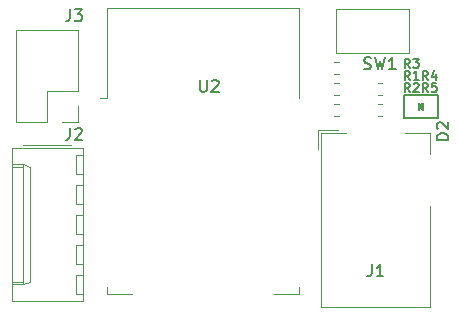
<source format=gbr>
G04 #@! TF.GenerationSoftware,KiCad,Pcbnew,5.0.2-bee76a0~70~ubuntu18.04.1*
G04 #@! TF.CreationDate,2019-12-10T21:20:44+01:00*
G04 #@! TF.ProjectId,RGB_strip,5247425f-7374-4726-9970-2e6b69636164,rev?*
G04 #@! TF.SameCoordinates,Original*
G04 #@! TF.FileFunction,Legend,Top*
G04 #@! TF.FilePolarity,Positive*
%FSLAX46Y46*%
G04 Gerber Fmt 4.6, Leading zero omitted, Abs format (unit mm)*
G04 Created by KiCad (PCBNEW 5.0.2-bee76a0~70~ubuntu18.04.1) date mar 10 dic 2019 21:20:44 CET*
%MOMM*%
%LPD*%
G01*
G04 APERTURE LIST*
%ADD10C,0.150000*%
%ADD11C,0.120000*%
G04 APERTURE END LIST*
D10*
G04 #@! TO.C,D2*
X138049000Y-92964000D02*
X138049000Y-93599000D01*
G36*
X138176000Y-93345000D02*
X138176000Y-93218000D01*
X138430000Y-92964000D01*
X138430000Y-93599000D01*
X138176000Y-93345000D01*
G37*
X138176000Y-93345000D02*
X138176000Y-93218000D01*
X138430000Y-92964000D01*
X138430000Y-93599000D01*
X138176000Y-93345000D01*
X136779000Y-94234000D02*
X136779000Y-92329000D01*
X139700000Y-94234000D02*
X136779000Y-94234000D01*
X139700000Y-92329000D02*
X139700000Y-94234000D01*
X136779000Y-92329000D02*
X139700000Y-92329000D01*
D11*
G04 #@! TO.C,J3*
X109153000Y-94548000D02*
X107823000Y-94548000D01*
X109153000Y-93218000D02*
X109153000Y-94548000D01*
X106553000Y-94548000D02*
X103953000Y-94548000D01*
X106553000Y-91948000D02*
X106553000Y-94548000D01*
X109153000Y-91948000D02*
X106553000Y-91948000D01*
X103953000Y-94548000D02*
X103953000Y-86808000D01*
X109153000Y-91948000D02*
X109153000Y-86808000D01*
X109153000Y-86808000D02*
X103953000Y-86808000D01*
G04 #@! TO.C,J1*
X138966000Y-101720000D02*
X138966000Y-110220000D01*
X138966000Y-110220000D02*
X129766000Y-110220000D01*
X129766000Y-110220000D02*
X129766000Y-95520000D01*
X136866000Y-95520000D02*
X138966000Y-95520000D01*
X138966000Y-95520000D02*
X138966000Y-97320000D01*
X131166000Y-95220000D02*
X129466000Y-95220000D01*
X129466000Y-95220000D02*
X129466000Y-96820000D01*
X129766000Y-95520000D02*
X131866000Y-95520000D01*
G04 #@! TO.C,J2*
X109583000Y-96791000D02*
X103563000Y-96791000D01*
X103563000Y-96791000D02*
X103563000Y-109711000D01*
X103563000Y-109711000D02*
X109583000Y-109711000D01*
X109583000Y-109711000D02*
X109583000Y-96791000D01*
X108553000Y-96501000D02*
X104553000Y-96501000D01*
X103563000Y-98171000D02*
X104563000Y-98171000D01*
X104563000Y-98171000D02*
X104563000Y-108331000D01*
X104563000Y-108331000D02*
X103563000Y-108331000D01*
X104563000Y-98171000D02*
X105093000Y-98421000D01*
X105093000Y-98421000D02*
X105093000Y-108081000D01*
X105093000Y-108081000D02*
X104563000Y-108331000D01*
X103563000Y-98421000D02*
X104563000Y-98421000D01*
X103563000Y-108081000D02*
X104563000Y-108081000D01*
X109583000Y-97371000D02*
X108983000Y-97371000D01*
X108983000Y-97371000D02*
X108983000Y-98971000D01*
X108983000Y-98971000D02*
X109583000Y-98971000D01*
X109583000Y-99911000D02*
X108983000Y-99911000D01*
X108983000Y-99911000D02*
X108983000Y-101511000D01*
X108983000Y-101511000D02*
X109583000Y-101511000D01*
X109583000Y-102451000D02*
X108983000Y-102451000D01*
X108983000Y-102451000D02*
X108983000Y-104051000D01*
X108983000Y-104051000D02*
X109583000Y-104051000D01*
X109583000Y-104991000D02*
X108983000Y-104991000D01*
X108983000Y-104991000D02*
X108983000Y-106591000D01*
X108983000Y-106591000D02*
X109583000Y-106591000D01*
X109583000Y-107531000D02*
X108983000Y-107531000D01*
X108983000Y-107531000D02*
X108983000Y-109131000D01*
X108983000Y-109131000D02*
X109583000Y-109131000D01*
G04 #@! TO.C,R1*
X131235267Y-92331000D02*
X130892733Y-92331000D01*
X131235267Y-91311000D02*
X130892733Y-91311000D01*
G04 #@! TO.C,R2*
X131235267Y-93089000D02*
X130892733Y-93089000D01*
X131235267Y-94109000D02*
X130892733Y-94109000D01*
G04 #@! TO.C,R3*
X131235267Y-90553000D02*
X130892733Y-90553000D01*
X131235267Y-89533000D02*
X130892733Y-89533000D01*
G04 #@! TO.C,R4*
X134575733Y-91311000D02*
X134918267Y-91311000D01*
X134575733Y-92331000D02*
X134918267Y-92331000D01*
G04 #@! TO.C,R5*
X134575733Y-94109000D02*
X134918267Y-94109000D01*
X134575733Y-93089000D02*
X134918267Y-93089000D01*
G04 #@! TO.C,SW1*
X131052000Y-85018000D02*
X137172000Y-85018000D01*
X137172000Y-85018000D02*
X137172000Y-88718000D01*
X137172000Y-88718000D02*
X131052000Y-88718000D01*
X131052000Y-88718000D02*
X131052000Y-85018000D01*
G04 #@! TO.C,U2*
X111641000Y-84908000D02*
X127881000Y-84908000D01*
X127881000Y-84908000D02*
X127881000Y-92528000D01*
X127881000Y-108528000D02*
X127881000Y-109148000D01*
X127881000Y-109148000D02*
X125761000Y-109148000D01*
X113761000Y-109148000D02*
X111641000Y-109148000D01*
X111641000Y-109148000D02*
X111641000Y-108528000D01*
X111641000Y-92528000D02*
X111641000Y-84908000D01*
X111641000Y-92528000D02*
X111031000Y-92528000D01*
G04 #@! TO.C,D2*
D10*
X140533380Y-96115095D02*
X139533380Y-96115095D01*
X139533380Y-95877000D01*
X139581000Y-95734142D01*
X139676238Y-95638904D01*
X139771476Y-95591285D01*
X139961952Y-95543666D01*
X140104809Y-95543666D01*
X140295285Y-95591285D01*
X140390523Y-95638904D01*
X140485761Y-95734142D01*
X140533380Y-95877000D01*
X140533380Y-96115095D01*
X139628619Y-95162714D02*
X139581000Y-95115095D01*
X139533380Y-95019857D01*
X139533380Y-94781761D01*
X139581000Y-94686523D01*
X139628619Y-94638904D01*
X139723857Y-94591285D01*
X139819095Y-94591285D01*
X139961952Y-94638904D01*
X140533380Y-95210333D01*
X140533380Y-94591285D01*
G04 #@! TO.C,J3*
X108505666Y-85050380D02*
X108505666Y-85764666D01*
X108458047Y-85907523D01*
X108362809Y-86002761D01*
X108219952Y-86050380D01*
X108124714Y-86050380D01*
X108886619Y-85050380D02*
X109505666Y-85050380D01*
X109172333Y-85431333D01*
X109315190Y-85431333D01*
X109410428Y-85478952D01*
X109458047Y-85526571D01*
X109505666Y-85621809D01*
X109505666Y-85859904D01*
X109458047Y-85955142D01*
X109410428Y-86002761D01*
X109315190Y-86050380D01*
X109029476Y-86050380D01*
X108934238Y-86002761D01*
X108886619Y-85955142D01*
G04 #@! TO.C,J1*
X134032666Y-106640380D02*
X134032666Y-107354666D01*
X133985047Y-107497523D01*
X133889809Y-107592761D01*
X133746952Y-107640380D01*
X133651714Y-107640380D01*
X135032666Y-107640380D02*
X134461238Y-107640380D01*
X134746952Y-107640380D02*
X134746952Y-106640380D01*
X134651714Y-106783238D01*
X134556476Y-106878476D01*
X134461238Y-106926095D01*
G04 #@! TO.C,J2*
X108505666Y-95083380D02*
X108505666Y-95797666D01*
X108458047Y-95940523D01*
X108362809Y-96035761D01*
X108219952Y-96083380D01*
X108124714Y-96083380D01*
X108934238Y-95178619D02*
X108981857Y-95131000D01*
X109077095Y-95083380D01*
X109315190Y-95083380D01*
X109410428Y-95131000D01*
X109458047Y-95178619D01*
X109505666Y-95273857D01*
X109505666Y-95369095D01*
X109458047Y-95511952D01*
X108886619Y-96083380D01*
X109505666Y-96083380D01*
G04 #@! TO.C,R1*
X137280666Y-91039904D02*
X137014000Y-90658952D01*
X136823523Y-91039904D02*
X136823523Y-90239904D01*
X137128285Y-90239904D01*
X137204476Y-90278000D01*
X137242571Y-90316095D01*
X137280666Y-90392285D01*
X137280666Y-90506571D01*
X137242571Y-90582761D01*
X137204476Y-90620857D01*
X137128285Y-90658952D01*
X136823523Y-90658952D01*
X138042571Y-91039904D02*
X137585428Y-91039904D01*
X137814000Y-91039904D02*
X137814000Y-90239904D01*
X137737809Y-90354190D01*
X137661619Y-90430380D01*
X137585428Y-90468476D01*
G04 #@! TO.C,R2*
X137280666Y-92055904D02*
X137014000Y-91674952D01*
X136823523Y-92055904D02*
X136823523Y-91255904D01*
X137128285Y-91255904D01*
X137204476Y-91294000D01*
X137242571Y-91332095D01*
X137280666Y-91408285D01*
X137280666Y-91522571D01*
X137242571Y-91598761D01*
X137204476Y-91636857D01*
X137128285Y-91674952D01*
X136823523Y-91674952D01*
X137585428Y-91332095D02*
X137623523Y-91294000D01*
X137699714Y-91255904D01*
X137890190Y-91255904D01*
X137966380Y-91294000D01*
X138004476Y-91332095D01*
X138042571Y-91408285D01*
X138042571Y-91484476D01*
X138004476Y-91598761D01*
X137547333Y-92055904D01*
X138042571Y-92055904D01*
G04 #@! TO.C,R3*
X137280666Y-90023904D02*
X137014000Y-89642952D01*
X136823523Y-90023904D02*
X136823523Y-89223904D01*
X137128285Y-89223904D01*
X137204476Y-89262000D01*
X137242571Y-89300095D01*
X137280666Y-89376285D01*
X137280666Y-89490571D01*
X137242571Y-89566761D01*
X137204476Y-89604857D01*
X137128285Y-89642952D01*
X136823523Y-89642952D01*
X137547333Y-89223904D02*
X138042571Y-89223904D01*
X137775904Y-89528666D01*
X137890190Y-89528666D01*
X137966380Y-89566761D01*
X138004476Y-89604857D01*
X138042571Y-89681047D01*
X138042571Y-89871523D01*
X138004476Y-89947714D01*
X137966380Y-89985809D01*
X137890190Y-90023904D01*
X137661619Y-90023904D01*
X137585428Y-89985809D01*
X137547333Y-89947714D01*
G04 #@! TO.C,R4*
X138804666Y-91039904D02*
X138538000Y-90658952D01*
X138347523Y-91039904D02*
X138347523Y-90239904D01*
X138652285Y-90239904D01*
X138728476Y-90278000D01*
X138766571Y-90316095D01*
X138804666Y-90392285D01*
X138804666Y-90506571D01*
X138766571Y-90582761D01*
X138728476Y-90620857D01*
X138652285Y-90658952D01*
X138347523Y-90658952D01*
X139490380Y-90506571D02*
X139490380Y-91039904D01*
X139299904Y-90201809D02*
X139109428Y-90773238D01*
X139604666Y-90773238D01*
G04 #@! TO.C,R5*
X138804666Y-92055904D02*
X138538000Y-91674952D01*
X138347523Y-92055904D02*
X138347523Y-91255904D01*
X138652285Y-91255904D01*
X138728476Y-91294000D01*
X138766571Y-91332095D01*
X138804666Y-91408285D01*
X138804666Y-91522571D01*
X138766571Y-91598761D01*
X138728476Y-91636857D01*
X138652285Y-91674952D01*
X138347523Y-91674952D01*
X139528476Y-91255904D02*
X139147523Y-91255904D01*
X139109428Y-91636857D01*
X139147523Y-91598761D01*
X139223714Y-91560666D01*
X139414190Y-91560666D01*
X139490380Y-91598761D01*
X139528476Y-91636857D01*
X139566571Y-91713047D01*
X139566571Y-91903523D01*
X139528476Y-91979714D01*
X139490380Y-92017809D01*
X139414190Y-92055904D01*
X139223714Y-92055904D01*
X139147523Y-92017809D01*
X139109428Y-91979714D01*
G04 #@! TO.C,SW1*
X133413666Y-90066761D02*
X133556523Y-90114380D01*
X133794619Y-90114380D01*
X133889857Y-90066761D01*
X133937476Y-90019142D01*
X133985095Y-89923904D01*
X133985095Y-89828666D01*
X133937476Y-89733428D01*
X133889857Y-89685809D01*
X133794619Y-89638190D01*
X133604142Y-89590571D01*
X133508904Y-89542952D01*
X133461285Y-89495333D01*
X133413666Y-89400095D01*
X133413666Y-89304857D01*
X133461285Y-89209619D01*
X133508904Y-89162000D01*
X133604142Y-89114380D01*
X133842238Y-89114380D01*
X133985095Y-89162000D01*
X134318428Y-89114380D02*
X134556523Y-90114380D01*
X134747000Y-89400095D01*
X134937476Y-90114380D01*
X135175571Y-89114380D01*
X136080333Y-90114380D02*
X135508904Y-90114380D01*
X135794619Y-90114380D02*
X135794619Y-89114380D01*
X135699380Y-89257238D01*
X135604142Y-89352476D01*
X135508904Y-89400095D01*
G04 #@! TO.C,U2*
X119507095Y-91019380D02*
X119507095Y-91828904D01*
X119554714Y-91924142D01*
X119602333Y-91971761D01*
X119697571Y-92019380D01*
X119888047Y-92019380D01*
X119983285Y-91971761D01*
X120030904Y-91924142D01*
X120078523Y-91828904D01*
X120078523Y-91019380D01*
X120507095Y-91114619D02*
X120554714Y-91067000D01*
X120649952Y-91019380D01*
X120888047Y-91019380D01*
X120983285Y-91067000D01*
X121030904Y-91114619D01*
X121078523Y-91209857D01*
X121078523Y-91305095D01*
X121030904Y-91447952D01*
X120459476Y-92019380D01*
X121078523Y-92019380D01*
G04 #@! TD*
M02*

</source>
